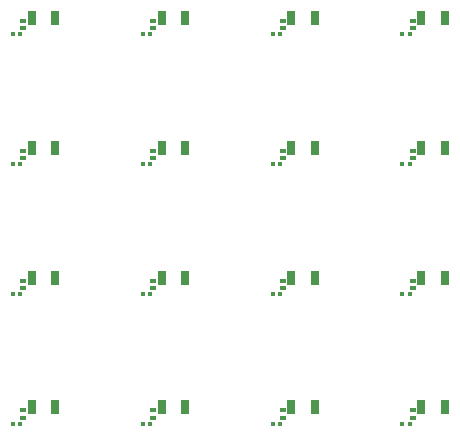
<source format=gbr>
G04 EAGLE Gerber RS-274X export*
G75*
%MOMM*%
%FSLAX34Y34*%
%LPD*%
%INSolderpaste Bottom*%
%IPPOS*%
%AMOC8*
5,1,8,0,0,1.08239X$1,22.5*%
G01*
%ADD10R,0.700000X1.300000*%
%ADD11R,0.300000X0.400000*%
%ADD12R,0.600000X0.350000*%


D10*
X42800Y24080D03*
X22800Y24080D03*
D11*
X12800Y9900D03*
X6800Y9900D03*
D12*
X15300Y21550D03*
X15300Y15050D03*
D10*
X152800Y24080D03*
X132800Y24080D03*
D11*
X122800Y9900D03*
X116800Y9900D03*
D12*
X125300Y21550D03*
X125300Y15050D03*
D10*
X262800Y24080D03*
X242800Y24080D03*
D11*
X232800Y9900D03*
X226800Y9900D03*
D12*
X235300Y21550D03*
X235300Y15050D03*
D10*
X372800Y24080D03*
X352800Y24080D03*
D11*
X342800Y9900D03*
X336800Y9900D03*
D12*
X345300Y21550D03*
X345300Y15050D03*
D10*
X42800Y134080D03*
X22800Y134080D03*
D11*
X12800Y119900D03*
X6800Y119900D03*
D12*
X15300Y131550D03*
X15300Y125050D03*
D10*
X152800Y134080D03*
X132800Y134080D03*
D11*
X122800Y119900D03*
X116800Y119900D03*
D12*
X125300Y131550D03*
X125300Y125050D03*
D10*
X262800Y134080D03*
X242800Y134080D03*
D11*
X232800Y119900D03*
X226800Y119900D03*
D12*
X235300Y131550D03*
X235300Y125050D03*
D10*
X372800Y134080D03*
X352800Y134080D03*
D11*
X342800Y119900D03*
X336800Y119900D03*
D12*
X345300Y131550D03*
X345300Y125050D03*
D10*
X42800Y244080D03*
X22800Y244080D03*
D11*
X12800Y229900D03*
X6800Y229900D03*
D12*
X15300Y241550D03*
X15300Y235050D03*
D10*
X152800Y244080D03*
X132800Y244080D03*
D11*
X122800Y229900D03*
X116800Y229900D03*
D12*
X125300Y241550D03*
X125300Y235050D03*
D10*
X262800Y244080D03*
X242800Y244080D03*
D11*
X232800Y229900D03*
X226800Y229900D03*
D12*
X235300Y241550D03*
X235300Y235050D03*
D10*
X372800Y244080D03*
X352800Y244080D03*
D11*
X342800Y229900D03*
X336800Y229900D03*
D12*
X345300Y241550D03*
X345300Y235050D03*
D10*
X42800Y354080D03*
X22800Y354080D03*
D11*
X12800Y339900D03*
X6800Y339900D03*
D12*
X15300Y351550D03*
X15300Y345050D03*
D10*
X152800Y354080D03*
X132800Y354080D03*
D11*
X122800Y339900D03*
X116800Y339900D03*
D12*
X125300Y351550D03*
X125300Y345050D03*
D10*
X262800Y354080D03*
X242800Y354080D03*
D11*
X232800Y339900D03*
X226800Y339900D03*
D12*
X235300Y351550D03*
X235300Y345050D03*
D10*
X372800Y354080D03*
X352800Y354080D03*
D11*
X342800Y339900D03*
X336800Y339900D03*
D12*
X345300Y351550D03*
X345300Y345050D03*
M02*

</source>
